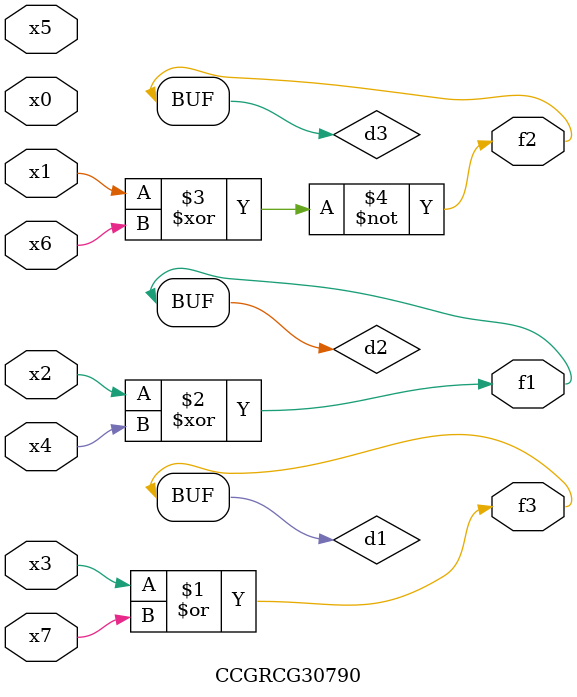
<source format=v>
module CCGRCG30790(
	input x0, x1, x2, x3, x4, x5, x6, x7,
	output f1, f2, f3
);

	wire d1, d2, d3;

	or (d1, x3, x7);
	xor (d2, x2, x4);
	xnor (d3, x1, x6);
	assign f1 = d2;
	assign f2 = d3;
	assign f3 = d1;
endmodule

</source>
